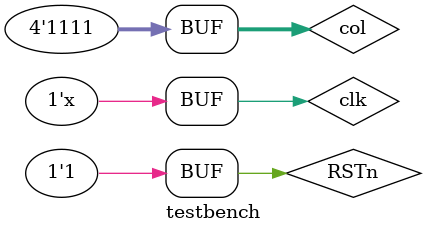
<source format=v>
`timescale 1ps/1ps

module testbench();

    reg clk,RSTn;
    reg[3:0] col;

    RealTankSoC core(
        .clk(clk),
        .RSTn(RSTn),
        .SWCLK(1'b0),
        .col(col)
    );

    always  #5 clk = ~clk;

    initial begin
        clk = 0;
        RSTn = 0;
        col = 4'b1111;
        #10;
        RSTn = 1;
        col = 4'b1111;
    end
endmodule
</source>
